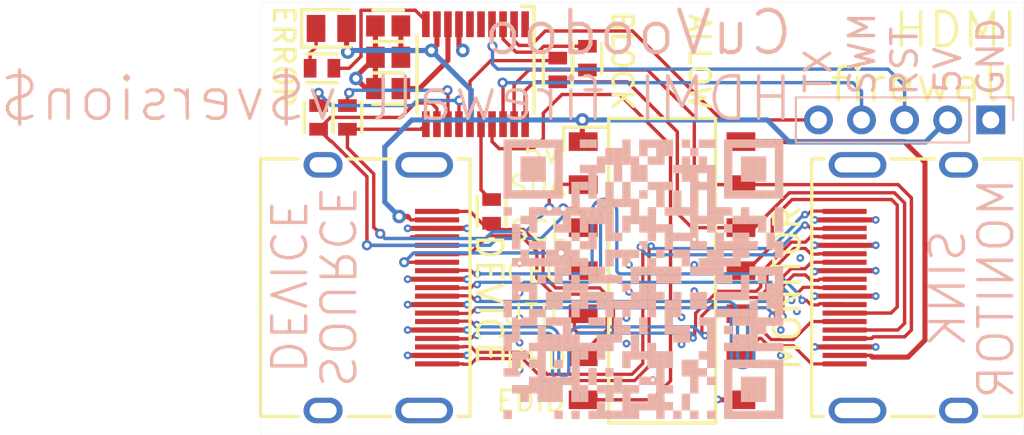
<source format=kicad_pcb>
(kicad_pcb (version 20211014) (generator pcbnew)

  (general
    (thickness 1.59)
  )

  (paper "A4")
  (title_block
    (date "$date$")
    (rev "$version$.$revision$")
    (company "CuVoodoo")
    (comment 1 "King Kévin")
    (comment 2 "CERN-OHL-S")
  )

  (layers
    (0 "F.Cu" signal)
    (1 "In1.Cu" power)
    (2 "In2.Cu" power)
    (31 "B.Cu" signal)
    (33 "F.Adhes" user "F.Adhesive")
    (35 "F.Paste" user)
    (36 "B.SilkS" user "B.Silkscreen")
    (37 "F.SilkS" user "F.Silkscreen")
    (38 "B.Mask" user)
    (39 "F.Mask" user)
    (44 "Edge.Cuts" user)
    (45 "Margin" user)
    (46 "B.CrtYd" user "B.Courtyard")
    (47 "F.CrtYd" user "F.Courtyard")
    (48 "B.Fab" user)
    (49 "F.Fab" user)
  )

  (setup
    (stackup
      (layer "F.SilkS" (type "Top Silk Screen") (color "White"))
      (layer "F.Paste" (type "Top Solder Paste"))
      (layer "F.Mask" (type "Top Solder Mask") (color "Green") (thickness 0.01))
      (layer "F.Cu" (type "copper") (thickness 0.035))
      (layer "dielectric 1" (type "core") (thickness 0.2) (material "FR4") (epsilon_r 4.6) (loss_tangent 0.02))
      (layer "In1.Cu" (type "copper") (thickness 0.0175))
      (layer "dielectric 2" (type "prepreg") (thickness 1.065) (material "FR4") (epsilon_r 4.6) (loss_tangent 0.02))
      (layer "In2.Cu" (type "copper") (thickness 0.0175))
      (layer "dielectric 3" (type "core") (thickness 0.2) (material "FR4") (epsilon_r 4.6) (loss_tangent 0.02))
      (layer "B.Cu" (type "copper") (thickness 0.035))
      (layer "B.Mask" (type "Bottom Solder Mask") (color "Green") (thickness 0.01))
      (layer "B.SilkS" (type "Bottom Silk Screen") (color "White"))
      (copper_finish "None")
      (dielectric_constraints yes)
    )
    (pad_to_mask_clearance 0)
    (pcbplotparams
      (layerselection 0x00010fc_ffffffff)
      (disableapertmacros false)
      (usegerberextensions false)
      (usegerberattributes true)
      (usegerberadvancedattributes true)
      (creategerberjobfile true)
      (svguseinch false)
      (svgprecision 6)
      (excludeedgelayer true)
      (plotframeref false)
      (viasonmask false)
      (mode 1)
      (useauxorigin false)
      (hpglpennumber 1)
      (hpglpenspeed 20)
      (hpglpendiameter 15.000000)
      (dxfpolygonmode true)
      (dxfimperialunits true)
      (dxfusepcbnewfont true)
      (psnegative false)
      (psa4output false)
      (plotreference true)
      (plotvalue true)
      (plotinvisibletext false)
      (sketchpadsonfab false)
      (subtractmaskfromsilk false)
      (outputformat 1)
      (mirror false)
      (drillshape 1)
      (scaleselection 1)
      (outputdirectory "")
    )
  )

  (net 0 "")
  (net 1 "GND")
  (net 2 "Net-(C1-Pad2)")
  (net 3 "+5V")
  (net 4 "Net-(D1-Pad1)")
  (net 5 "/D2+")
  (net 6 "/D2-")
  (net 7 "/D1+")
  (net 8 "/D1-")
  (net 9 "/D0+")
  (net 10 "/D0-")
  (net 11 "/CK+")
  (net 12 "/CK-")
  (net 13 "/CEC")
  (net 14 "/HEAC_D+")
  (net 15 "/SCL_SRC")
  (net 16 "/SDA_SRC")
  (net 17 "/HEAC_D-")
  (net 18 "Net-(J2-Pad13)")
  (net 19 "/HEAC_SNK+")
  (net 20 "/SCL_SNK")
  (net 21 "/SDA_SNK")
  (net 22 "Net-(SW1-Pad14)")
  (net 23 "/HEAC_SNK-")
  (net 24 "/RST")
  (net 25 "/SWIM")
  (net 26 "/TX")
  (net 27 "/HPD_PU")
  (net 28 "Net-(R4-Pad1)")
  (net 29 "/SDA_SRC_PU")
  (net 30 "/EDID")
  (net 31 "/SCL_SRC_PU")
  (net 32 "unconnected-(U1-Pad5)")
  (net 33 "/SCL_SNK_PU")
  (net 34 "/SDA_SNK_PU")
  (net 35 "unconnected-(U1-Pad6)")
  (net 36 "unconnected-(U1-Pad1)")

  (footprint "qeda:UC1608X55N" (layer "F.Cu") (at 67.1 61.45))

  (footprint "qeda:UC1608X55N" (layer "F.Cu") (at 52.95 64.95 180))

  (footprint "qeda:CONNECTOR_HDMI-001S" (layer "F.Cu") (at 86.5 75 -90))

  (footprint "qeda:CAPC1608X92N" (layer "F.Cu") (at 55.35 61.4 90))

  (footprint "qeda:SOP254P976X355-14N" (layer "F.Cu") (at 71.5 74))

  (footprint "qeda:CONNECTOR_HDMI-001S" (layer "F.Cu") (at 54 75 90))

  (footprint "qeda:LEDC2012X80N" (layer "F.Cu") (at 52 59.7 90))

  (footprint "qeda:CAPC1608X92N" (layer "F.Cu") (at 55.35 59.55 90))

  (footprint "qeda:UC1608X55N" (layer "F.Cu") (at 65.35 62.15 180))

  (footprint "qeda:UC1608X55N" (layer "F.Cu") (at 51.25 64.95 180))

  (footprint "qeda:SOP65P640X120-20N" (layer "F.Cu") (at 60.5 62.4 -90))

  (footprint "qeda:UC1608X55N" (layer "F.Cu") (at 61.45 70.5 180))

  (footprint "qeda:CAPC1608X92N" (layer "F.Cu") (at 55.35 63.25 90))

  (footprint "qeda:UC1608X55N" (layer "F.Cu") (at 51.45 62.05 -90))

  (footprint "Connector_PinSocket_2.54mm:PinSocket_1x05_P2.54mm_Vertical" (layer "B.Cu") (at 90.88 65.1 90))

  (footprint "custom:qr" (layer "B.Cu") (at 70.4 74.5 180))

  (gr_rect (start 47.85 58.15) (end 92.8 83.7) (layer "Edge.Cuts") (width 0.01) (fill none) (tstamp f0146902-4434-4b0f-b356-212cd68fedb2))
  (gr_text "TX" (at 80.7 63.65 90) (layer "B.SilkS") (tstamp 0c5f848f-0019-403a-82c9-a37b1ed1c370)
    (effects (font (size 1.5 1.5) (thickness 0.2)) (justify left))
  )
  (gr_text "5V" (at 88.35 63.65 90) (layer "B.SilkS") (tstamp 1cdc715f-35da-4031-90b3-2b1ff424be14)
    (effects (font (size 1.5 1.5) (thickness 0.2)) (justify left))
  )
  (gr_text "DEVICE" (at 49.4 74.95 270) (layer "B.SilkS") (tstamp 2c597ce7-f11b-4c21-aadd-c78376cd4545)
    (effects (font (size 2 2) (thickness 0.2)) (justify mirror))
  )
  (gr_text "HDMI firewall v$version$" (at 79.35 63.85) (layer "B.SilkS") (tstamp 47d2de52-f49e-423a-b420-37362595aee9)
    (effects (font (size 2.5 2.5) (thickness 0.2)) (justify left mirror))
  )
  (gr_text "RST" (at 85.8 63.8 90) (layer "B.SilkS") (tstamp 740fd393-eab6-46ac-8b63-b338c8b36286)
    (effects (font (size 1.5 1.5) (thickness 0.2)) (justify left))
  )
  (gr_text "SINK" (at 88.35 75.05 90) (layer "B.SilkS") (tstamp 7cba4e0b-0649-45cd-8cb6-8dd5b80fbe60)
    (effects (font (size 2 2) (thickness 0.2)) (justify mirror))
  )
  (gr_text "GND" (at 90.88 63.77 90) (layer "B.SilkS") (tstamp 83c32e93-ec61-4fc4-bcb8-11c9d1bb60e5)
    (effects (font (size 1.5 1.5) (thickness 0.2)) (justify left))
  )
  (gr_text "MONITOR" (at 91.2 75.05 90) (layer "B.SilkS") (tstamp b7a9cebd-bbc2-4903-8147-14f38735f3a2)
    (effects (font (size 2 2) (thickness 0.2)) (justify mirror))
  )
  (gr_text "CuVoodoo" (at 79.35 59.95) (layer "B.SilkS") (tstamp e33f2640-6147-4605-84c4-295ca3d1c887)
    (effects (font (size 2.5 2.5) (thickness 0.25)) (justify left mirror))
  )
  (gr_text "SWM" (at 83.3 63.75 90) (layer "B.SilkS") (tstamp ef25fc1a-2019-46ad-a259-cfd9f82b52be)
    (effects (font (size 1.5 1.5) (thickness 0.2)) (justify left))
  )
  (gr_text "SOURCE" (at 52.3 74.95 270) (layer "B.SilkS") (tstamp ef4847e7-89c8-4006-8a67-c07998e5f164)
    (effects (font (size 2 2) (thickness 0.2)) (justify mirror))
  )
  (gr_text "HPD" (at 66 79.2) (layer "F.SilkS") (tstamp 2763916d-9ecc-4556-9441-121441775248)
    (effects (font (size 1.2 1.2) (thickness 0.16)) (justify right))
  )
  (gr_text "ERROR" (at 49.2 64.45 270) (layer "F.SilkS") (tstamp 497d903d-a683-4b2e-b5d4-2286f1cfcbad)
    (effects (font (size 1.2 1.2) (thickness 0.2)) (justify right))
  )
  (gr_text "EDID" (at 65.9 81.7) (layer "F.SilkS") (tstamp 4dee5168-4f51-483e-9d9a-37d92ae901ea)
    (effects (font (size 1.2 1.2) (thickness 0.16)) (justify right))
  )
  (gr_text "SDA" (at 65.95 69) (layer "F.SilkS") (tstamp 5dfa2e7f-530f-44ae-905f-bddb3d619752)
    (effects (font (size 1.2 1.2) (thickness 0.16)) (justify right))
  )
  (gr_text "MONITOR" (at 78.9 75 90) (layer "F.SilkS") (tstamp 6d59aa18-c021-422f-ad9f-81837e6c0b48)
    (effects (font (size 1.5 1.5) (thickness 0.2)))
  )
  (gr_text "BLOCK" (at 69.15 64.65 270) (layer "F.SilkS") (tstamp 83fbe59b-a59c-4098-8d1f-4a61a45b5486)
    (effects (font (size 1.2 1.2) (thickness 0.2)) (justify right))
  )
  (gr_text "SCL" (at 65.95 71.65) (layer "F.SilkS") (tstamp 89c8a35d-3c44-4e2a-86f8-0957371e37cd)
    (effects (font (size 1.2 1.2) (thickness 0.16)) (justify right))
  )
  (gr_text "UTIL" (at 65.9 76.6) (layer "F.SilkS") (tstamp 98de9a7e-656d-4135-8bd0-809035f2e3a3)
    (effects (font (size 1.2 1.2) (thickness 0.16)) (justify right))
  )
  (gr_text "HDMI\nfirewall" (at 92.6 61.4) (layer "F.SilkS") (tstamp a8ba6a4c-c8c9-43af-b001-3e1850f5f57a)
    (effects (font (size 2 2) (thickness 0.2)) (justify right))
  )
  (gr_text "CEC" (at 65.9 74.1) (layer "F.SilkS") (tstamp ad6729fb-9aa4-42bf-afee-63f6d49c5850)
    (effects (font (size 1.2 1.2) (thickness 0.16)) (justify right))
  )
  (gr_text "5V" (at 65.6 67.1) (layer "F.SilkS") (tstamp c9706b15-2062-431c-a6e4-3d87a8073382)
    (effects (font (size 1.2 1.2) (thickness 0.16)) (justify right))
  )
  (gr_text "ALLOW" (at 73.7 64.6 270) (layer "F.SilkS") (tstamp d6e6acfd-ff08-405f-83ab-b581ecd673c2)
    (effects (font (size 1.2 1.2) (thickness 0.2)) (justify right))
  )
  (gr_text "DEVICE" (at 61.3 75.7 270) (layer "F.SilkS") (tstamp fe79ef0f-61de-44d4-bd3f-a04037e674f7)
    (effects (font (size 1.5 1.5) (thickness 0.2)))
  )

  (segment (start 82.265 71) (end 80.5 71) (width 0.3) (layer "F.Cu") (net 1) (tstamp 030ef409-0b8b-4748-b7c1-c06cdcec382f))
  (segment (start 54.6 61.4) (end 53.45227 62.54773) (width 0.3) (layer "F.Cu") (net 1) (tstamp 0923a501-3332-4d74-9a1d-615f108b72f0))
  (segment (start 60 77.5) (end 58.235 77.5) (width 0.3) (layer "F.Cu") (net 1) (tstamp 13c513c0-2797-4fab-bb0b-631564f96e84))
  (segment (start 59.75 61) (end 59.525 60.775) (width 0.3) (layer "F.Cu") (net 1) (tstamp 16eca261-73f9-4613-aed1-9a83ff90830f))
  (segment (start 80.55 74) (end 80.5 74.05) (width 0.3) (layer "F.Cu") (net 1) (tstamp 199862ed-46c9-48b0-9a34-16f964f2b67c))
  (segment (start 82.265 71) (end 84.1 71) (width 0.3) (layer "F.Cu") (net 1) (tstamp 1e105fb8-f4a3-46ed-ab85-cfbb820f701a))
  (segment (start 74.82 81.62) (end 74.8 81.6) (width 0.3) (layer "F.Cu") (net 1) (tstamp 208199e5-c54a-41a6-b035-22d52b6c168a))
  (segment (start 82.265 78.5) (end 84.1 78.5) (width 0.3) (layer "F.Cu") (net 1) (tstamp 31b28111-e171-4187-9ddf-202037d12ca1))
  (segment (start 59.525 60.775) (end 59.525 59.45) (width 0.3) (layer "F.Cu") (net 1) (tstamp 3f4d465b-8f99-45ef-bd1d-306058a78e1f))
  (segment (start 82.265 75.5) (end 84.1 75.5) (width 0.3) (layer "F.Cu") (net 1) (tstamp 437cd497-cd5a-408b-83c2-96d66eaa34e9))
  (segment (start 82.265 72.5) (end 84.1 72.5) (width 0.3) (layer "F.Cu") (net 1) (tstamp 4b8b41b0-d4b5-4613-be35-772c57e0a873))
  (segment (start 82.265 74) (end 80.55 74) (width 0.3) (layer "F.Cu") (net 1) (tstamp 4c575d4c-696c-425d-9ff8-04beb7aed8cd))
  (segment (start 58.235 74.5) (end 56.5 74.5) (width 0.3) (layer "F.Cu") (net 1) (tstamp 5608f937-7766-49ea-9dcf-ba5101e43643))
  (segment (start 54.6 62.35) (end 54.6 61.4) (width 0.3) (layer "F.Cu") (net 1) (tstamp 64764f21-bed4-48d1-aeee-18e56b7724ac))
  (segment (start 76.15 81.62) (end 74.82 81.62) (width 0.3) (layer "F.Cu") (net 1) (tstamp 747073eb-53e7-442f-9534-47a84da741fb))
  (segment (start 82.265 75.5) (end 80.5 75.5) (width 0.3) (layer "F.Cu") (net 1) (tstamp 7604004b-c093-4f13-ba1c-ec520e3d57e9))
  (segment (start 80.5 78.5) (end 82.265 78.5) (width 0.3) (layer "F.Cu") (net 1) (tstamp 7defaae6-a866-44cd-a66f-77359d319367))
  (segment (start 53.45227 62.54773) (end 53.45227 62.6505) (width 0.3) (layer "F.Cu") (net 1) (tstamp 848312ed-a3d0-48e3-9769-fc432d6ac9ee))
  (segment (start 54.6 63.25) (end 54.6 62.35) (width 0.3) (layer "F.Cu") (net 1) (tstamp 9c6e3529-800f-4fc7-bd4d-e8dfb8025f43))
  (segment (start 53.45227 62.6505) (end 54.05177 63.25) (width 0.3) (layer "F.Cu") (net 1) (tstamp 9e42e302-1e7a-4d31-8355-842e0f63a38f))
  (segment (start 58.235 76) (end 56.5 76) (width 0.3) (layer "F.Cu") (net 1) (tstamp a007faf4-14b9-4ecd-b115-e2dddc697411))
  (segment (start 82.265 74) (end 84.1 74) (width 0.3) (layer "F.Cu") (net 1) (tstamp ae7bd550-8e0d-4f62-b9b7-a7df709bb3ba))
  (segment (start 58.235 71.5) (end 60 71.5) (width 0.3) (layer "F.Cu") (net 1) (tstamp b597e2cc-ba82-48ef-9f7b-8d2f14850382))
  (segment (start 58.235 77.5) (end 56.5 77.5) (width 0.3) (layer "F.Cu") (net 1) (tstamp b796e7ba-75e9-4204-bfd0-7de2ee636f1c))
  (segment (start 58.235 74.5) (end 60 74.5) (width 0.3) (layer "F.Cu") (net 1) (tstamp b8261154-629a-4363-bb06-420b6c604c2f))
  (segment (start 60 79) (end 58.235 79) (width 0.3) (layer "F.Cu") (net 1) (tstamp b909327e-a584-45b5-84ed-0ad275fbc7e2))
  (segment (start 58.235 79) (end 56.5 79) (width 0.3) (layer "F.Cu") (net 1) (tstamp c76c9861-8233-4ce5-823b-3b9b2d7ab6b6))
  (segment (start 80.5 72.5) (end 82.265 72.5) (width 0.3) (layer "F.Cu") (net 1) (tstamp d07bf469-9c65-4e19-abdc-0e9808d255b5))
  (segment (start 60 76) (end 58.235 76) (width 0.3) (layer "F.Cu") (net 1) (tstamp d5a0d335-4cc3-4ce4-b512-7d024da7957a))
  (segment (start 54.05177 63.25) (end 54.6 63.25) (width 0.3) (layer "F.Cu") (net 1) (tstamp ebe855cc-34bc-42f2-b62e-0c0a60b7b6ac))
  (segment (start 54.6 61.4) (end 54.6 59.55) (width 0.3) (layer "F.Cu") (net 1) (tstamp f85c731f-a1ea-46ef-aa7b-a38fe5bc0c71))
  (segment (start 58.235 71.5) (end 56.5 71.5) (width 0.3) (layer "F.Cu") (net 1) (tstamp fa5b9160-84c1-4398-a844-8dcce0b20d5a))
  (via (at 78.5 77.5) (size 0.45) (drill 0.2) (layers "F.Cu" "B.Cu") (free) (net 1) (tstamp 13156a3b-ca30-43a7-a050-d574dd9061e1))
  (via (at 56.5 71.5) (size 0.45) (drill 0.2) (layers "F.Cu" "B.Cu") (free) (net 1) (tstamp 1b5b5bad-4c27-4249-af50-2541dad5fa2c))
  (via (at 60 74.5) (size 0.45) (drill 0.2) (layers "F.Cu" "B.Cu") (free) (net 1) (tstamp 1c5e9f0d-68d2-4c12-a5e8-48104048e35c))
  (via (at 84.1 72.5) (size 0.45) (drill 0.2) (layers "F.Cu" "B.Cu") (free) (net 1) (tstamp 2198bf5f-4db5-402d-aeb9-b94b121b1a3b))
  (via (at 73.4 73.65) (size 0.45) (drill 0.2) (layers "F.Cu" "B.Cu") (free) (net 1) (tstamp 230b25cc-e2aa-41e0-8891-08c9246b82d6))
  (via (at 56.5 76) (size 0.45) (drill 0.2) (layers "F.Cu" "B.Cu") (free) (net 1) (tstamp 25915e41-795d-42e2-abd2-cf64c0e69c20))
  (via (at 78.5 79) (size 0.45) (drill 0.2) (layers "F.Cu" "B.Cu") (free) (net 1) (tstamp 2ef38574-8043-4097-a6fd-ae69406945f3))
  (via (at 73.4 72.15) (size 0.45) (drill 0.2) (layers "F.Cu" "B.Cu") (free) (net 1) (tstamp 311d7601-769e-4dd5-9372-55a086801313))
  (via (at 84.1 78.5) (size 0.45) (drill 0.2) (layers "F.Cu" "B.Cu") (free) (net 1) (tstamp 33799ef9-48a6-49f5-bd14-2b77e65dcf1d))
  (via (at 80.5 71) (size 0.45) (drill 0.2) (layers "F.Cu" "B.Cu") (free) (net 1) (tstamp 3df18c45-3271-407e-96f6-36c1cc3c2a8f))
  (via (at 70.95 80.45) (size 0.45) (drill 0.2) (layers "F.Cu" "B.Cu") (free) (net 1) (tstamp 49e2fa09-97e2-4d2f-aa19-0cf1a58f3c7a))
  (via (at 73.4 75.20517) (size 0.45) (drill 0.2) (layers "F.Cu" "B.Cu") (free) (net 1) (tstamp 52e50b84-bed4-4e6a-9afe-d8affbbe8324))
  (via (at 79.65 73.25) (size 0.45) (drill 0.2) (layers "F.Cu" "B.Cu") (free) (net 1) (tstamp 5ad761ca-5dda-460b-83ba-4ff93d01ab7f))
  (via (at 59.75 61) (size 0.8) (drill 0.4) (layers "F.Cu" "B.Cu") (free) (net 1) (tstamp 5afe85f4-f78a-4e0f-be10-eba839eb97a1))
  (via (at 56.5 77.5) (size 0.45) (drill 0.2) (layers "F.Cu" "B.Cu") (free) (net 1) (tstamp 5d73ed84-2da5-4113-943d-b00923919726))
  (via (at 60 79) (size 0.45) (drill 0.2) (layers "F.Cu" "B.Cu") (free) (net 1) (tstamp 60e564b8-f8ff-45bd-ad02-02ecbad1743b))
  (via (at 80.5 78.5) (size 0.45) (drill 0.2) (layers "F.Cu" "B.Cu") (free) (net 1) (tstamp 60fbf618-acc9-4b1b-9b1b-c511379d9387))
  (via (at 69.4 76.79483) (size 0.45) (drill 0.2) (layers "F.Cu" "B.Cu") (free) (net 1) (tstamp 7eaafd7e-21f6-440f-b525-a59e0522084f))
  (via (at 84.1 74) (size 0.45) (drill 0.2) (layers "F.Cu" "B.Cu") (free) (net 1) (tstamp 81d08eb9-eff3-44f2-b81a-11643210ae93))
  (via (at 63.1 73.55) (size 0.45) (drill 0.2) (layers "F.Cu" "B.Cu") (free) (net 1) (tstamp 8b15f369-8d44-420a-92b5-c5a407a299f3))
  (via (at 72.65 78.35) (size 0.45) (drill 0.2) (layers "F.Cu" "B.Cu") (free) (net 1) (tstamp 8d22862b-de61-4fb8-b9f7-aacd7849072f))
  (via (at 80.5 72.5) (size 0.45) (drill 0.2) (layers "F.Cu" "B.Cu") (free) (net 1) (tstamp 8d370db9-a62f-447f-83e6-7736291ea0c5))
  (via (at 69.55 73.65) (size 0.45) (drill 0.2) (layers "F.Cu" "B.Cu") (free) (net 1) (tstamp 8dff5c54-6793-4630-8415-f111e79951ff))
  (via (at 69.4 78.3) (size 0.45) (drill 0.2) (layers "F.Cu" "B.Cu") (free) (net 1) (tstamp 9d3e06e5-3c3f-4f9f-9eeb-1eb5d42fe85f))
  (via (at 72.65 76.75) (size 0.45) (drill 0.2) (layers "F.Cu" "B.Cu") (free) (net 1) (tstamp 9fdb9a90-712c-434a-af63-c0c7625daf38))
  (via (at 63.1 79.85) (size 0.45) (drill 0.2) (layers "F.Cu" "B.Cu") (free) (net 1) (tstamp a510673f-d202-4062-8a2b-ef224cbcc369))
  (via (at 63.1 76.8) (size 0.45) (drill 0.2) (layers "F.Cu" "B.Cu") (free) (net 1) (tstamp a7f41697-57ed-4434-893b-c2c5d3b2644d))
  (via (at 69.55 75.25) (size 0.45) (drill 0.2) (layers "F.Cu" "B.Cu") (free) (net 1) (tstamp ae5eceff-6820-4ae8-9a22-39b968883ac8))
  (via (at 56.5 74.5) (size 0.45) (drill 0.2) (layers "F.Cu" "B.Cu") (free) (net 1) (tstamp aec6c0cc-f3d8-4468-a024-36d4c392eead))
  (via (at 84.1 71) (size 0.45) (drill 0.2) (layers "F.Cu" "B.Cu") (free) (net 1) (tstamp b267e1f3-893f-4400-952a-76802bd4a6c6))
  (via (at 56.5 79) (size 0.45) (drill 0.2) (layers "F.Cu" "B.Cu") (free) (net 1) (tstamp b47714ce-d7cd-4b5d-b81c-4b0762667678))
  (via (at 60 77.5) (size 0.45) (drill 0.2) (layers "F.Cu" "B.Cu") (free) (net 1) (tstamp ba294fbe-c7a4-4d56-ae9d-5926e77ea062))
  (via (at 60 71.5) (size 0.45) (drill 0.2) (layers "F.Cu" "B.Cu") (free) (net 1) (tstamp bddc7151-0248-4511-a07e-af73a6a2f1ca))
  (via (at 84.1 75.5) (size 0.45) (drill 0.2) (layers "F.Cu" "B.Cu") (free) (net 1) (tstamp be1ce85c-d12a-41cd-8769-b083485f97e5))
  (via (at 53.45227 62.6505) (size 0.8) (drill 0.4) (layers "F.Cu" "B.Cu") (net 1) (tstamp c326ca7a-bd6c-4a24-8168-8d9a69cc4834))
  (via (at 80.5 74.05) (size 0.45) (drill 0.2) (layers "F.Cu" "B.Cu") (free) (net 1) (tstamp c3f6502e-b8d4-4645-a60f-22ebde1d6659))
  (via (at 79.45 76.4) (size 0.45) (drill 0.2) (layers "F.Cu" "B.Cu") (free) (net 1) (tstamp cc9340a7-45be-4f1e-b464-6ee8773fc97b))
  (via (at 60 76) (size 0.45) (drill 0.2) (layers "F.Cu" "B.Cu") (free) (net 1) (tstamp d521dab0-da72-440b-b930-1c6f2dcb7c45))
  (via (at 63.1 75.3) (size 0.45) (drill 0.2) (layers "F.Cu" "B.Cu") (free) (net 1) (tstamp d694ed74-4d5e-45d9-8d08-dd40bf37bae5))
  (via (at 63.1 78.25) (size 0.45) (drill 0.2) (layers "F.Cu" "B.Cu") (free) (net 1) (tstamp df853400-e04f-45ba-bd61-169414949bf4))
  (via (at 80.5 75.5) (size 0.45) (drill 0.2) (layers "F.Cu" "B.Cu") (free) (net 1) (tstamp ee679fbd-8e84-4712-b231-64c221cbec70))
  (via (at 74.8 81.6) (size 0.45) (drill 0.2) (layers "F.Cu" "B.Cu") (net 1) (tstamp f7210ace-0e6f-441b-a219-7c25cfc1a7ea))
  (segment (start 58.875 59.45) (end 58.875 61.575) (width 0.3) (layer "F.Cu") (net 2) (tstamp 01743abb-c5e0-4b79-8672-ce316df10ea1))
  (segment (start 58.875 61.575) (end 57.2 63.25) (width 0.3) (layer "F.Cu") (net 2) (tstamp 0c19d9be-ba37-40b3-a078-eb09c8f081fa))
  (segment (start 57.2 63.25) (end 56.1 63.25) (width 0.3) (layer "F.Cu") (net 2) (tstamp 7d343512-3925-45ee-b49b-f02f2128973e))
  (segment (start 56.685 71) (end 56.685 70.985) (width 0.2) (layer "F.Cu") (net 3) (tstamp 0613cd62-c856-4ec5-a99a-5da2dede3483))
  (segment (start 66.8 66.33) (end 66.85 66.38) (width 0.3) (layer "F.Cu") (net 3) (tstamp 15c3ec50-ed6e-474d-93fc-380532f86427))
  (segment (start 57.9 61) (end 58.225 60.675) (width 0.3) (layer "F.Cu") (net 3) (tstamp 40192e05-fdcb-49fe-9971-2d6b10586ca7))
  (segment (start 56.1 59.55) (end 56.1 61.4) (width 0.3) (layer "F.Cu") (net 3) (tstamp 58b72c21-b46d-4795-b794-36822a91a519))
  (segment (start 56.5 70.8) (end 56.55 70.85) (width 0.3) (layer "F.Cu") (net 3) (tstamp 84080fb2-1fc4-40b6-96c3-58f56a7750cc))
  (segment (start 66.8 65.1) (end 66.8 66.33) (width 0.3) (layer "F.Cu") (net 3) (tstamp 855ebf52-6f21-4e3c-8766-cf62a4b952a8))
  (segment (start 56 70.8) (end 56.5 70.8) (width 0.3) (layer "F.Cu") (net 3) (tstamp 95c2e0ff-4d95-450f-936f-a7441bc0dd17))
  (segment (start 52.966412 61.094344) (end 52.9 61.027932) (width 0.3) (layer "F.Cu") (net 3) (tstamp 9a8726db-b7a8-41d8-bb21-70e7a414e68d))
  (segment (start 52.9 61.027932) (end 52.9 59.7) (width 0.3) (layer "F.Cu") (net 3) (tstamp 9e60d605-b59b-451d-b313-be53ac85405c))
  (segment (start 58.235 71) (end 56.685 71) (width 0.2) (layer "F.Cu") (net 3) (tstamp b426becf-a115-4a2c-9745-bc03d795e525))
  (segment (start 56.685 70.985) (end 56.55 70.85) (width 0.2) (layer "F.Cu") (net 3) (tstamp db1674f5-b305-44f9-8f2f-c629f0009701))
  (segment (start 58.225 60.675) (end 58.225 59.45) (width 0.3) (layer "F.Cu") (net 3) (tstamp e42cf9c4-2251-48e5-a362-0f329efc5607))
  (segment (start 56.5 61) (end 56.1 61.4) (width 0.3) (layer "F.Cu") (net 3) (tstamp eb63b2ff-ce36-4f19-a974-96fc6b1fc1ce))
  (segment (start 57.9 61) (end 56.5 61) (width 0.3) (layer "F.Cu") (net 3) (tstamp ff3406b7-2c8c-4c98-af40-c7606dd15f25))
  (via (at 57.9 61) (size 0.8) (drill 0.4) (layers "F.Cu" "B.Cu") (net 3) (tstamp 1a8805c9-ca76-460d-b226-d86aa3bcba6e))
  (via (at 56 70.8) (size 0.8) (drill 0.4) (layers "F.Cu" "B.Cu") (remove_unused_layers) (net 3) (tstamp 67996be3-9c22-4f3b-85cf-42e16608008a))
  (via (at 52.966412 61.094344) (size 0.8) (drill 0.4) (layers "F.Cu" "B.Cu") (net 3) (tstamp 71a98b74-5017-4209-a3e2-f19e13df2d98))
  (via (at 66.8 65.1) (size 0.8) (drill 0.4) (layers "F.Cu" "B.Cu") (net 3) (tstamp c6c4f6bc-b420-494c-8c0a-2fdcb2abc42b))
  (segment (start 55.15 69.95) (end 56 70.8) (width 0.3) (layer "B.Cu") (net 3) (tstamp 1f5fa1bf-cdf3-4e0e-8265-2d4539d7c5b9))
  (segment (start 60.25 63.35) (end 60.25 65.1) (width 0.3) (layer "B.Cu") (net 3) (tstamp 2109ea1d-e3da-44d7-8875-15601dc5d38d))
  (segment (start 53.060756 61) (end 57.9 61) (width 0.3) (layer "B.Cu") (net 3) (tstamp 27d941af-f038-4cad-b7e3-7f514fa792c6))
  (segment (start 66.8 65.1) (end 77.7 65.1) (width 0.3) (layer "B.Cu") (net 3) (tstamp 283a244f-69a1-4bee-a59a-a3c1d1025378))
  (segment (start 56.75 65.1) (end 55.15 66.7) (width 0.3) (layer "B.Cu") (net 3) (tstamp 3a167542-3fb1-4bca-8a11-896e4daabe7c))
  (segment (start 57.9 61) (end 60.25 63.35) (width 0.3) (layer "B.Cu") (net 3) (tstamp 4deaae67-8334-4fc0-99f8-587f5dc2689a))
  (segment (start 60.25 65.1) (end 66.8 65.1) (width 0.3) (layer "B.Cu") (net 3) (tstamp 6385dcc3-0dc5-4b5e-93ae-3113667e177b))
  (segment (start 87.04 66.4) (end 88.34 65.1) (width 0.3) (layer "B.Cu") (net 3) (tstamp a065b7ca-86af-4cfa-a19c-15ddcb0cd39e))
  (segment (start 60.25 65.1) (end 56.75 65.1) (width 0.3) (layer "B.Cu") (net 3) (tstamp ae15a194-d11b-4315-89d0-697a34fd1fd5))
  (segment (start 77.7 65.1) (end 79 66.4) (width 0.3) (layer "B.Cu") (net 3) (tstamp b5902621-55d4-45e9-8fa6-43b4e8e2033f))
  (segment (start 55.15 66.7) (end 55.15 69.95) (width 0.3) (layer "B.Cu") (net 3) (tstamp d7f2381b-20a2-4671-9536-190d9e5ee1c9))
  (segment (start 79 66.4) (end 87.04 66.4) (width 0.3) (layer "B.Cu") (net 3) (tstamp dba1dea2-f586-44ed-bd53-3a703895fb5e))
  (segment (start 52.966412 61.094344) (end 53.060756 61) (width 0.3) (layer "B.Cu") (net 3) (tstamp dc3fffdd-c875-4789-a87b-ffbec869f2c3))
  (segment (start 50.75 61.15) (end 50.75 62.05) (width 0.2) (layer "F.Cu") (net 4) (tstamp 55ad65a7-cf28-445f-a559-6c093d115e1b))
  (segment (start 51.1 59.7) (end 51.1 60.8) (width 0.2) (layer "F.Cu") (net 4) (tstamp 7f37687c-2abf-4736-9b0d-0a8b6b07c9c1))
  (segment (start 51.1 60.8) (end 50.75 61.15) (width 0.2) (layer "F.Cu") (net 4) (tstamp 90398640-d723-4646-acbb-14623473de84))
  (segment (start 81.115 70.5) (end 81.094115 70.479115) (width 0.19177) (layer "F.Cu") (net 5) (tstamp 061885af-3b9e-4f08-ade6-dedf770b373f))
  (segment (start 69.876541 80.484785) (end 64.573459 80.484785) (width 0.19177) (layer "F.Cu") (net 5) (tstamp 0af4a12d-a7f2-44d8-aade-f1f9bb6e9c9c))
  (segment (start 59.763357 79.5) (end 58.235 79.5) (width 0.19177) (layer "F.Cu") (net 5) (tstamp 2926282b-fec0-4ea1-818a-eea151f709cd))
  (segment (start 64.573459 80.484785) (end 63.273459 79.184785) (width 0.19177) (layer "F.Cu") (net 5) (tstamp 34d3efab-f6d6-41dc-93da-e766db6a4c94))
  (segment (start 60.215758 79.520885) (end 59.784242 79.520885) (width 0.19177) (layer "F.Cu") (net 5) (tstamp 3b882fb6-d513-4f1b-a0df-969fa7b1824f))
  (segment (start 80.001313 70.762043) (end 79.92537 70.6861) (width 0.19177) (layer "F.Cu") (net 5) (tstamp 3cef9169-0ea5-437f-baf5-3291dc806823))
  (segment (start 63.273459 79.184785) (end 60.551858 79.184785) (width 0.19177) (layer "F.Cu") (net 5) (tstamp 40fd4afb-5608-48e3-8050-ff92fe874c23))
  (segment (start 60.551858 79.184785) (end 60.215758 79.520885) (width 0.19177) (layer "F.Cu") (net 5) (tstamp 4903ce85-4786-4bc4-a873-bab1fe3abc46))
  (segment (start 70.734785 79.626541) (end 69.876541 80.484785) (width 0.19177) (layer "F.Cu") (net 5) (tstamp 58b642fb-5c53-4374-9137-9932be170e4b))
  (segment (start 80.284242 70.479115) (end 80.001313 70.762043) (width 0.19177) (layer "F.Cu") (net 5) (tstamp 6ae0661f-a6ea-457c-919b-91a8cd2d0db0))
  (segment (start 70.734785 72.66703) (end 70.734785 79.626541) (width 0.19177) (layer "F.Cu") (net 5) (tstamp 7d973f9e-3b25-4d7f-afb9-43d562de4493))
  (segment (start 82.265 70.5) (end 81.115 70.5) (width 0.19177) (layer "F.Cu") (net 5) (tstamp d3e3f7b7-20fe-4acb-b72c-b08208f4c365))
  (segment (start 59.784242 79.520885) (end 59.763357 79.5) (width 0.19177) (layer "F.Cu") (net 5) (tstamp db56bbd9-46a6-489d-8ee8-a69e67d6b668))
  (segment (start 81.094115 70.479115) (end 80.284242 70.479115) (width 0.19177) (layer "F.Cu") (net 5) (tstamp e1d1c852-9615-4e57-9294-bb02979a3a37))
  (segment (start 70.85 72.551815) (end 70.734785 72.66703) (width 0.19177) (layer "F.Cu") (net 5) (tstamp e2dddfee-8122-4792-b338-51e11f6387a1))
  (via (at 70.85 72.551815) (size 0.45) (drill 0.2) (layers "F.Cu" "B.Cu") (remove_unused_layers) (net 5) (tstamp 2ff4cd78-684a-4963-aea1-bc332d491c08))
  (via (at 79.92537 70.6861) (size 0.45) (drill 0.2) (layers "F.Cu" "B.Cu") (remove_unused_layers) (net 5) (tstamp e8c26f87-bb4e-4135-8dd2-c9b0ddffc1cd))
  (segment (start 70.989528 72.691343) (end 77.920127 72.691343) (width 0.19177) (layer "B.Cu") (net 5) (tstamp 0e958c1f-6f72-4ac7-bfe1-ccedfcc0dc77))
  (segment (start 79.426685 71.184785) (end 79.426685 71.107337) (width 0.19177) (layer "B.Cu") (net 5) (tstamp 4a840e44-cfaf-47fa-ae3d-422c3c883f14))
  (segment (start 79.426685 71.107337) (end 79.718807 70.815215) (width 0.19177) (layer "B.Cu") (net 5) (tstamp 8321ac20-105a-43e6-a131-b6e944488df3))
  (segment (start 70.85 72.551815) (end 70.989528 72.691343) (width 0.19177) (layer "B.Cu") (net 5) (tstamp 8c612494-1d82-4003-bc51-5f15e4349a07))
  (segment (start 79.718807 70.815215) (end 79.796255 70.815215) (width 0.19177) (layer "B.Cu") (net 5) (tstamp ada04b02-0bec-4595-85b5-6c2a53b27ceb))
  (segment (start 79.796255 70.815215) (end 79.92537 70.6861) (width 0.19177) (layer "B.Cu") (net 5) (tstamp cb55d9a9-4df1-4732-a8ac-45e4bfb52796))
  (segment (start 77.920127 72.691343) (end 79.426685 71.184785) (width 0.19177) (layer "B.Cu") (net 5) (tstamp fe3fb280-dfba-4049-9cf0-ca2c964bd92b))
  (segment (start 70.365215 72.733522) (end 70.365215 79.473459) (width 0.19177) (layer "F.Cu") (net 6) (tstamp 04065fbb-2100-4542-a28a-f9a554ac7244))
  (segment (start 63.426541 78.815215) (end 60.551858 78.815215) (width 0.19177) (layer "F.Cu") (net 6) (tstamp 21a55ecb-6384-4a5f-a3f9-302e035f65a9))
  (segment (start 81.094115 71.520885) (end 80.284242 71.520885) (width 0.19177) (layer "F.Cu") (net 6) (tstamp 417bc1d1-f8f9-44dd-ad1d-96f0f7d9a780))
  (segment (start 69.723459 80.115215) (end 64.726541 80.115215) (width 0.19177) (layer "F.Cu") (net 6) (tstamp 433a3dec-ebe2-4aba-8230-7ad4ab751b59))
  (segment (start 64.726541 80.115215) (end 63.426541 78.815215) (width 0.19177) (layer "F.Cu") (net 6) (tstamp 5a4980ca-67c4-42dd-a907-1b22e8ed8c95))
  (segment (start 60.551858 78.815215) (end 60.215758 78.479115) (width 0.19177) (layer "F.Cu") (net 6) (tstamp 63c548c3-a266-4001-bd4d-d82dfe9855f1))
  (segment (start 80.001313 71.237957) (end 79.92537 71.3139) (width 0.19177) (layer "F.Cu") (net 6) (tstamp 6b88964b-5ab3-4fb8-aa6e-b68486660854))
  (segment (start 59.784242 78.479115) (end 59.763357 78.5) (width 0.19177) (layer "F.Cu") (net 6) (tstamp 750e2af6-d27d-4ada-8648-4d6dd65bae19))
  (segment (start 59.763357 78.5) (end 58.235 78.5) (width 0.19177) (layer "F.Cu") (net 6) (tstamp 7e15b7d2-a23b-4a59-b8ae-66780304e9dc))
  (segment (start 82.265 71.5) (end 81.115 71.5) (width 0.19177) (layer "F.Cu") (net 6) (tstamp b997d9dd-b60b-48d8-875a-0858a7935247))
  (segment (start 81.115 71.5) (end 81.094115 71.520885) (width 0.19177) (layer "F.Cu") (net 6) (tstamp bfb50136-bae8-4ed7-9fac-52a492fe114d))
  (segment (start 60.215758 78.479115) (end 59.784242 78.479115) (width 0.19177) (layer "F.Cu") (net 6) (tstamp cd9c3862-c2db-470e-844d-65f6815d50d1))
  (segment (start 70.224006 72.592313) (end 70.365215 72.733522) (width 0.19177) (layer "F.Cu") (net 6) (tstamp e31d45e6-9664-4606-8d17-87d660ba3a17))
  (segment (start 70.365215 79.473459) (end 69.723459 80.115215) (width 0.19177) (layer "F.Cu") (net 6) (tstamp ecf8f165-3c6f-43d9-a50b-4f93049ef9ff))
  (segment (start 80.284242 71.520885) (end 80.001313 71.237957) (width 0.19177) (layer "F.Cu") (net 6) (tstamp f009187c-c5fd-412f-b0df-fe7d727684c0))
  (via (at 70.224006 72.592313) (size 0.45) (drill 0.2) (layers "F.Cu" "B.Cu") (remove_unused_layers) (net 6) (tstamp 237bd0dd-5d07-48b2-a3c0-bc92b4c12792))
  (via (at 79.92537 71.3139) (size 0.45) (drill 0.2) (layers "F.Cu" "B.Cu") (remove_unused_layers) (net 6) (tstamp e6c710b6-c1d5-46d4-8851-fcf748e2765c))
  (segment (start 70.224006 72.674006) (end 70.610913 73.060913) (width 0.19177) (layer "B.Cu") (net 6) (tstamp 323bde82-12ff-425a-97f4-15f8ae5d2b90))
  (segment (start 79.82022 71.3139) (end 79.92537 71.3139) (width 0.19177) (layer "B.Cu") (net 6) (tstamp 3b9d9266-7002-4dd3-8b38-744c81e79f13))
  (segment (start 70.610913 73.060913) (end 78.073207 73.060913) (width 0.19177) (layer "B.Cu") (net 6) (tstamp 45560172-7d91-4790-ad88-672540757589))
  (segment (start 78.073207 73.060913) (end 79.82022 71.3139) (width 0.19177) (layer "B.Cu") (net 6) (tstamp 4bc8c2da-4356-4fc5-9b5c-2a05b6ed5ae0))
  (segment (start 70.224006 72.592313) (end 70.224006 72.674006) (width 0.19177) (layer "B.Cu") (net 6) (tstamp a41d0a09-b559-4210-97f3-ace09e8b57df))
  (segment (start 77.057368 75.215215) (end 77.315215 74.957368) (width 0.19177) (layer "F.Cu") (net 7) (tstamp 03fe0f21-3ec2-45ea-a785-a15fd7b1e5e5))
  (segment (start 80.284242 71.979115) (end 80.715758 71.979115) (width 0.19177) (layer "F.Cu") (net 7) (tstamp 0d525c20-f83f-410f-9d77-16f3f67e61e1))
  (segment (start 80.715758 71.979115) (end 80.736643 72) (width 0.19177) (layer "F.Cu") (net 7) (tstamp 17e4684c-3729-4c2c-af8f-737a65d53c76))
  (segment (start 73.336271 77.971607) (end 73.423276 77.884602) (width 0.19177) (layer "F.Cu") (net 7) (tstamp 2346da15-8fa1-4f92-b337-e4f25a9d97ec))
  (segment (start 77.315215 74.123459) (end 79.123459 72.315215) (width 0.19177) (layer "F.Cu") (net 7) (tstamp 2658e8a2-52e1-4c3c-82bd-780938abc4f3))
  (segment (start 74.773459 75.215215) (end 77.057368 75.215215) (width 0.19177) (layer "F.Cu") (net 7) (tstamp 31bde03b-41a7-4f64-89a6-2535d2c1b7cf))
  (segment (start 73.423276 77.884602) (end 73.423276 77.471476) (width 0.19177) (layer "F.Cu") (net 7) (tstamp 5ea5ad1b-03d1-4d30-ba3e-1e1b94851399))
  (segment (start 73.423276 77.471476) (end 73.478039 77.416713) (width 0.19177) (layer "F.Cu") (net 7) (tstamp 5fd0963f-4501-49bc-bb14-6bcff965727b))
  (segment (start 73.478039 77.416713) (end 73.478039 76.510635) (width 0.19177) (layer "F.Cu") (net 7) (tstamp 6b8464a6-a21e-4684-a601-fd9311a6ba2a))
  (segment (start 73.478039 76.510635) (end 74.773459 75.215215) (width 0.19177) (layer "F.Cu") (net 7) (tstamp 6bcf0c70-b35d-4a7c-96b6-8fcb454b1037))
  (segment (start 59.405885 78.020885) (end 60.215758 78.020885) (width 0.19177) (layer "F.Cu") (net 7) (tstamp 6d90372d-28c2-49d2-8d66-428ad14511fe))
  (segment (start 80.736643 72) (end 82.265 72) (width 0.19177) (layer "F.Cu") (net 7) (tstamp 88f5cbbf-bae2-49e5-aff5-7e7891167995))
  (segment (start 73.328393 77.971607) (end 73.336271 77.971607) (width 0.19177) (layer "F.Cu") (net 7) (tstamp 968875b7-289f-48db-9c97-92c733b65c24))
  (segment (start 79.123459 72.315215) (end 79.948142 72.315215) (width 0.19177) (layer "F.Cu") (net 7) (tstamp 9e66cbdd-e855-416a-bdb1-6096170f0e4d))
  (segment (start 77.315215 74.957368) (end 77.315215 74.123459) (width 0.19177) (layer "F.Cu") (net 7) (tstamp bc2a6643-d970-471f-80f1-68e81d31d963))
  (segment (start 60.498687 77.737957) (end 60.57463 77.8139) (width 0.19177) (layer "F.Cu") (net 7) (tstamp c4a0fdbe-a334-4fa3-9084-06bd902cfc17))
  (segment (start 60.215758 78.020885) (end 60.498687 77.737957) (width 0.19177) (layer "F.Cu") (net 7) (tstamp e4785bfb-f742-4cd3-985b-e32af39345ac))
  (segment (start 59.385 78) (end 59.405885 78.020885) (width 0.19177) (layer "F.Cu") (net 7) (tstamp eddb341c-d07c-49fc-adf4-0230ee37625a))
  (segment (start 58.235 78) (end 59.385 78) (width 0.19177) (layer "F.Cu") (net 7) (tstamp ee7bbba4-fb79-4f36-a037-0ae2f86f6d45))
  (segment (start 79.948142 72.315215) (end 80.284242 71.979115) (width 0.19177) (layer "F.Cu") (net 7) (tstamp f02198e2-7f67-489f-8720-4dc8848fb06b))
  (via (at 60.57463 77.8139) (size 0.45) (drill 0.2) (layers "F.Cu" "B.Cu") (remove_unused_layers) (net 7) (tstamp b9a48502-4f34-4200-87e2-511260a13338))
  (via (at 73.328393 77.971607) (size 0.45) (drill 0.2) (layers "F.Cu" "B.Cu") (remove_unused_layers) (net 7) (tstamp cc5d8d79-5f33-47a7-bd61-772d5216b197))
  (segment (start 73.328393 77.789719) (end 73.223459 77.684785) (width 0.19177) (layer "B.Cu") (net 7) (tstamp 32d71a19-4de5-4000-945b-6b7e9b5a3117))
  (segment (start 60.703745 77.684785) (end 60.57463 77.8139) (width 0.19177) (layer "B.Cu") (net 7) (tstamp 3835eac9-3b33-4b5f-be69-d4695802596b))
  (segment (start 64.479917 77.684785) (end 60.703745 77.684785) (width 0.19177) (layer "B.Cu") (net 7) (tstamp 3b54511e-bbd6-42dc-9d49-274e6693b358))
  (segment (start 64.745215 77.684785) (end 64.479917 77.684785) (width 0.19177) (layer "B.Cu") (net 7) (tstamp 4269e2d8-4a9d-4129-9f85-1ce9fe11c26d))
  (segment (start 73.223459 77.684785) (end 66.665215 77.684785) (width 0.19177) (layer "B.Cu") (net 7) (tstamp 619dbb34-7d1c-46d9-a096-37e3a905823c))
  (segment (start 66.37 77.98) (end 66.37 79.912144) (width 0.19177) (layer "B.Cu") (net 7) (tstamp a7049c90-3786-44fa-9a70-fff30d56db43))
  (segment (start 65.04043 79.912144) (end 65.04043 77.98) (width 0.19177) (layer "B.Cu") (net 7) (tstamp be54c8f0-9e8e-4d8b-9e28-8463217fcfbe))
  (segment (start 73.328393 77.971607) (end 73.328393 77.789719) (width 0.19177) (layer "B.Cu") (net 7) (tstamp c52fb103-f173-4497-894e-fa54c54c2eab))
  (arc (start 66.665215 77.684785) (mid 66.456466 77.771251) (end 66.37 77.98) (width 0.19177) (layer "B.Cu") (net 7) (tstamp 3f8c10fb-1202-4496-8ebe-f757facb368a))
  (arc (start 65.04043 77.98) (mid 64.953964 77.771251) (end 64.745215 77.684785) (width 0.19177) (layer "B.Cu") (net 7) (tstamp 4c5d4a32-764a-44fe-99c8-c77b8adc4003))
  (arc (start 65.705215 80.576929) (mid 65.235141 80.382218) (end 65.04043 79.912144) (width 0.19177) (layer "B.Cu") (net 7) (tstamp ce8fd053-53dd-42e9-aa2e-3b1ec8ab1601))
  (arc (start 66.37 79.912144) (mid 66.175289 80.382218) (end 65.705215 80.576929) (width 0.19177) (layer "B.Cu") (net 7) (tstamp e88b1e4c-f783-4151-8ebf-c6c7fb2549fe))
  (segment (start 77.684785 74.276541) (end 79.276541 72.684785) (width 0.19177) (layer "F.Cu") (net 8) (tstamp 004c6dfd-c7d7-4c1f-a75f-9fc6f31787c2))
  (segment (start 77.684785 75.110448) (end 77.684785 74.276541) (width 0.19177) (layer "F.Cu") (net 8) (tstamp 077b16ee-9684-4973-b0ce-9d4aba6761d8))
  (segment (start 74.926541 75.584785) (end 77.210448 75.584785) (width 0.19177) (layer "F.Cu") (net 8) (tstamp 0e2f8aee-47ac-4df2-8def-550d02a0a1b2))
  (segment (start 79.276541 72.684785) (end 79.948142 72.684785) (width 0.19177) (layer "F.Cu") (net 8) (tstamp 21f01d01-1e14-4ddc-aa02-8db8a5212fbe))
  (segment (start 59.385 77) (end 59.405885 76.979115) (width 0.19177) (layer "F.Cu") (net 8) (tstamp 2bae00e7-fffd-4401-a7bc-12588b741fc2))
  (segment (start 80.736643 73) (end 82.265 73) (width 0.19177) (layer "F.Cu") (net 8) (tstamp 37106255-0548-414e-9d77-55445791b9b4))
  (segment (start 60.215758 76.979115) (end 60.498687 77.262043) (width 0.19177) (layer "F.Cu") (net 8) (tstamp 4d6550e7-5d53-4cab-93eb-6464f6be3580))
  (segment (start 80.715758 73.020885) (end 80.736643 73) (width 0.19177) (layer "F.Cu") (net 8) (tstamp 5377e93f-120b-4bbb-b2c1-7a45d2cce057))
  (segment (start 80.284242 73.020885) (end 80.715758 73.020885) (width 0.19177) (layer "F.Cu") (net 8) (tstamp 589512e8-6bdf-45d5-b897-d1d11aa92c4d))
  (segment (start 59.405885 76.979115) (end 60.215758 76.979115) (width 0.19177) (layer "F.Cu") (net 8) (tstamp 5cf81ca1-2204-42ea-9e6a-852f97a91cee))
  (segment (start 79.948142 72.684785) (end 80.284242 73.020885) (width 0.19177) (layer "F.Cu") (net 8) (tstamp 8379c84a-ab97-4544-b050-0b25b1101dc2))
  (segment (start 74.034356 77.832099) (end 73.847609 77.645352) (width 0.19177) (layer "F.Cu") (net 8) (tstamp 8392d656-ccdc-40ca-8b8e-c91003278f71))
  (segment (start 58.235 77) (end 59.385 77) (width 0.19177) (layer "F.Cu") (net 8) (tstamp a8637034-3cdd-43d3-80bf-7b49f8069312))
  (segment (start 73.847609 77.645352) (end 73.847609 76.663717) (width 0.19177) (layer "F.Cu") (net 8) (tstamp c001d4f9-d079-4b4b-a2a5-664b0f01ff07))
  (segment (start 73.847609 76.663717) (end 74.926541 75.584785) (width 0.19177) (layer "F.Cu") (net 8) (tstamp c2fc378b-1092-4a26-a415-8d57f27e2322))
  (segment (start 60.498687 77.262043) (end 60.57463 77.1861) (width 0.19177) (layer "F.Cu") (net 8) (tstamp d142606d-af1e-46ce-bd27-e09ee2d32f5e))
  (segment (start 77.210448 75.584785) (end 77.684785 75.110448) (width 0.19177) (layer "F.Cu") (net 8) (tstamp db439660-8405-4b22-bc53-f4a1f0c10636))
  (via (at 60.57463 77.1861) (size 0.45) (drill 0.2) (layers "F.Cu" "B.Cu") (remove_unused_layers) (net 8) (tstamp 3061527d-2918-40d5-9611-45d52a46f4fd))
  (via (at 74.034356 77.832099) (size 0.45) (drill 0.2) (layers "F.Cu" "B.Cu") (remove_unused_layers) (net 8) (tstamp e86a957f-1a15-4738-abbb-fc92f170cba8))
  (segment (start 66.00043 77.98) (end 66.00043 79.912144) (width 0.19177) (layer "B.Cu") (net 8) (tstamp 1882dcc4-6d77-46bf-bd19-d5dffea51d74))
  (segment (start 60.703745 77.315215) (end 60.57463 77.1861) (width 0.19177) (layer "B.Cu") (net 8) (tstamp 53359bc0-44c4-4134-82dc-0204cf1a2964))
  (segment (start 65.41 79.912144) (end 65.41 77.98) (width 0.19177) (layer "B.Cu") (net 8) (tstamp 56ea9dfb-8af8-41f1-9704-4c1896ecbe20))
  (segment (start 74.034356 77.832099) (end 73.893425 77.832099) (width 0.19177) (layer "B.Cu") (net 8) (tstamp 5bcb4109-767d-4347-bdeb-9fa55fd6d852))
  (segment (start 73.376541 77.315215) (end 66.665215 77.315215) (width 0.19177) (layer "B.Cu") (net 8) (tstamp 7fc52f75-4c83-4ac6-a13a-13d9244639ca))
  (segment (start 73.893425 77.832099) (end 73.376541 77.315215) (width 0.19177) (layer "B.Cu") (net 8) (tstamp 9403e338-9884-42fd-bf44-dde6465bf104))
  (segment (start 64.479917 77.315215) (end 60.703745 77.315215) (width 0.19177) (layer "B.Cu") (net 8) (tstamp a1da0c74-b26b-4b0c-b3db-c8fe90f1f114))
  (segment (start 64.745215 77.315215) (end 64.479917 77.315215) (width 0.19177) (layer "B.Cu") (net 8) (tstamp b1d4603a-c40d-4507-8dc9-2b5a2ec30a1b))
  (arc (start 65.41 77.98) (mid 65.215289 77.509926) (end 64.745215 77.315215) (width 0.19177) (layer "B.Cu") (net 8) (tstamp 22a800eb-1f76-4646-9512-5ba06307355a))
  (arc (start 66.665215 77.315215) (mid 66.195141 77.509926) (end 66.00043 77.98) (width 0.19177) (layer "B.Cu") (net 8) (tstamp 782f8765-2bd6-4df0-8af3-b3d4cfa3e434))
  (arc (start 66.00043 79.912144) (mid 65.913964 80.120893) (end 65.705215 80.207359) (width 0.19177) (layer "B.Cu") (net 8) (tstamp 91a8c2f7-79a8-40c1-b86c-1be0dc4113af))
  (arc (start 65.705215 80.207359) (mid 65.496466 80.120893) (end 65.41 79.912144) (width 0.19177) (layer "B.Cu") (net 8) (tstamp a3d97c64-5b89-4d9d-9eb0-216fcba23202))
  (segment (start 80.314999 73.5) (end 80.285884 73.529115) (width 0.19177) (layer "F.Cu") (net 9) (tstamp 0e38a5cb-798f-422b-ba89-4a39f2227d09))
  (segment (start 78.000204 76.626969) (end 78.000204 76.691083) (width 0.19177) (layer "F.Cu") (net 9) (tstamp 550bbcc9-a429-41c4-ac3f-29200b812e4c))
  (segment (start 78.25778 76.369393) (end 78.000204 76.626969) (width 0.19177) (layer "F.Cu") (net 9) (tstamp 55590aab-edd6-4b7a-988a-cbb2dde738ec))
  (segment (start 58.235 76.5) (end 59.385 76.5) (width 0.19177) (layer "F.Cu") (net 9) (tstamp 59126b46-f013-44bb-9ac4-2e3c3c673cb4))
  (segment (start 79.932927 73.88043) (end 79.108246 73.88043) (width 0.19177) (layer "F.Cu") (net 9) (tstamp 5e352bc0-aee7-4042-b281-ceb524c10e71))
  (segment (start 59.385 76.5) (end 59.405885 76.520885) (width 0.19177) (layer "F.Cu") (net 9) (tstamp 6dbab412-4f5d-4108-b3fc-b4d454617a4c))
  (segment (start 60.215758 76.520885) (end 60.520885 76.215758) (width 0.19177) (layer "F.Cu") (net 9) (tstamp 76816d0c-15e0-4c69-b269-34e87f8a89aa))
  (segment (start 79.108246 73.88043) (end 78.25778 74.730896) (width 0.19177) (layer "F.Cu") (net 9) (tstamp 7ade9fdb-24bf-4522-96e5-476c5949d2b5))
  (segment (start 82.265 73.5) (end 80.314999 73.5) (width 0.19177) (layer "F.Cu") (net 9) (tstamp 7eb29a3e-0d3d-4ffe-b73f-62d29cd70fa8))
  (segment (start 59.405885 76.520885) (end 60.215758 76.520885) (width 0.19177) (layer "F.Cu") (net 9) (tstamp 8cdb65d8-80e3-4e4c-9bd2-caca434cf8ac))
  (segment (start 80.284242 73.529115) (end 79.932927 73.88043) (width 0.19177) (layer "F.Cu") (net 9) (tstamp 9c7e0a94-f308-42d4-90be-ae9b31836db5))
  (segment (start 60.520885 76.210993) (end 60.623792 76.3139) (width 0.19177) (layer "F.Cu") (net 9) (tstamp a5ca84e7-d4a6-4ed0-81cc-c538125d958e))
  (segment (start 80.285884 73.529115) (end 80.284242 73.529115) (width 0.19177) (layer "F.Cu") (net 9) (tstamp ad68e4d9-ca9b-47f9-8adf-c28f76addc58))
  (segment (start 78.25778 74.730896) (end 78.25778 76.369393) (width 0.19177) (layer "F.Cu") (net 9) (tstamp ca1ad1c8-4bca-43a8-8f33-c82400c6e8e3))
  (segment (start 60.520885 76.215758) (end 60.520885 76.210993) (width 0.19177) (layer "F.Cu") (net 9) (tstamp f2f97883-b5e3-46c0-bd5d-8345c605adbd))
  (via (at 78.000204 76.691083) (size 0.45) (drill 0.2) (layers "F.Cu" "B.Cu") (remove_unused_layers) (net 9) (tstamp 1b74179a-5a2e-495d-adab-76b3a11d02e0))
  (via (at 60.623792 76.3139) (size 0.45) (drill 0.2) (layers "F.Cu" "B.Cu") (remove_unused_layers) (net 9) (tstamp 80c525d0-afa5-4508-b904-fa5219598218))
  (segment (start 76.90957 79.054044) (end 76.90957 76.48) (width 0.19177) (layer "B.Cu") (net 9) (tstamp 85d2b894-6d02-41af-a116-3bdafe9ce5fe))
  (segment (start 60.623792 76.3139) (end 60.752907 76.184785) (width 0.19177) (layer "B.Cu") (net 9) (tstamp bf0d5265-1ddd-450f-8a5d-999fb061118b))
  (segment (start 75.58 76.48) (end 75.58 79.054044) (width 0.19177) (layer "B.Cu") (net 9) (tstamp c4e105a6-9d24-4f84-86ad-366e7da5e76c))
  (segment (start 77.204785 76.184785) (end 77.676502 76.184785) (width 0.19177) (layer "B.Cu") (net 9) (tstamp d05a2853-ec61-4ce7-9942-9a8e3a8e1bcf))
  (segment (start 78.000204 76.508487) (end 78.000204 76.691083) (width 0.19177) (layer "B.Cu") (net 9) (tstamp dfc43358-074e-4b05-9248-1de49891ed58))
  (segment (start 60.752907 76.184785) (end 75.284785 76.184785) (width 0.19177) (layer "B.Cu") (net 9) (tstamp ed1bc214-68d3-4a38-b351-d85b1a9f6740))
  (segment (start 77.676502 76.184785) (end 78.000204 76.508487) (width 0.19177) (layer "B.Cu") (net 9) (tstamp f301f731-8cf9-49f8-a06b-07bc2e313f4e))
  (arc (start 76.244785 79.718829) (mid 76.714859 79.524118) (end 76.90957 79.054044) (width 0.19177) (layer "B.Cu") (net 9) (tstamp 24e990f2-cd29-4a70-8c66-68dc291742e3))
  (arc (start 75.284785 76.184785) (mid 75.493534 76.271251) (end 75.58 76.48) (width 0.19177) (layer "B.Cu") (net 9) (tstamp 6ffe3892-dd4f-46ba-993f-78576ef11870))
  (arc (start 76.90957 76.48) (mid 76.996036 76.271251) (end 77.204785 76.184785) (width 0.19177) (layer "B.Cu") (net 9) (tstamp 797664fd-af84-44e0-97ea-d987cf7eea98))
  (arc (start 75.58 79.054044) (mid 75.774711 79.524118) (end 76.244785 79.718829) (width 0.19177) (layer "B.Cu") (net 9) (tstamp a2f2b793-9750-40c3-99ef-61e958c0a131))
  (segment (start 80.284242 74.570885) (end 79.963357 74.25) (width 0.19177) (layer "F.Cu") (net 10) (tstamp 0dbbe0ee-3e97-47af-87b8-08d3733409de))
  (segment (start 79.261326 74.25) (end 78.62735 74.883976) (width 0.19177) (layer "F.Cu") (net 10) (tstamp 0e4f5bdb-f6dd-4fbf-b853-d9142db8194e))
  (segment (start 60.520885 75.789007) (end 60.623792 75.6861) (width 0.19177) (layer "F.Cu") (net 10) (tstamp 19585a54-b7c5-4674-b3ee-7be7da9fa430))
  (segment (start 82.265 74.5) (end 80.786643 74.5) (width 0.19177) (layer "F.Cu") (net 10) (tstamp 2b5d45ca-d53a-499a-a27a-65a5e3f4e659))
  (segment (start 58.235 75.5) (end 59.385 75.5) (width 0.19177) (layer "F.Cu") (net 10) (tstamp 30b95704-5b56-4f9c-82ff-2902a854137a))
  (segment (start 59.385 75.5) (end 59.405885 75.479115) (width 0.19177) (layer "F.Cu") (net 10) (tstamp 3f890c0b-fc25-417c-9062-5320908bec08))
  (segment (start 79.963357 74.25) (end 79.261326 74.25) (width 0.19177) (layer "F.Cu") (net 10) (tstamp 4feddba2-60b6-484e-8cf8-555a726360bc))
  (segment (start 60.215758 75.479115) (end 60.520885 75.784242) (width 0.19177) (layer "F.Cu") (net 10) (tstamp 72132819-a17e-4587-9c0c-09583bfaa46d))
  (segment (start 60.520885 75.784242) (end 60.520885 75.789007) (width 0.19177) (layer "F.Cu") (net 10) (tstamp 7b9a2a9b-c433-41f6-b31b-24a01294a7cd))
  (segment (start 80.786643 74.5) (end 80.715758 74.570885) (width 0.19177) (layer "F.Cu") (net 10) (tstamp b4b35851-c9af-45c3-9cb0-e26077b8a4d9))
  (segment (start 59.405885 75.479115) (end 60.215758 75.479115) (width 0.19177) (layer "F.Cu") (net 10) (tstamp c252e4ec-7616-4d59-b780-18239a1c83f6))
  (segment (start 80.715758 74.570885) (end 80.284242 74.570885) (width 0.19177) (layer "F.Cu") (net 10) (tstamp fcb46dde-fd50-45c6-bd5d-d99ef3a6e403))
  (segment (start 78.62735 74.883976) (end 78.62735 76.705071) (width 0.19177) (layer "F.Cu") (net 10) (tstamp ff269ca3-8472-4f6f-a9ee-f6ff8f5eaf51))
  (via (at 60.623792 75.6861) (size 0.45) (drill 0.2) (layers "F.Cu" "B.Cu") (remove_unused_layers) (net 10) (tstamp 08635792-46bb-47b9-bc9e-971d3147bf5a))
  (via (at 78.62735 76.705071) (size 0.45) (drill 0.2) (layers "F.Cu" "B.Cu") (remove_unused_layers) (net 10) (tstamp 806be6e6-7d75-4bab-9793-c425fe10e2b6))
  (segment (start 76.54 79.054044) (end 76.54 76.48) (width 0.19177) (layer "B.Cu") (net 10) (tstamp 288f26b7-4a83-44ca-a607-4be3ada12ee6))
  (segment (start 77.829584 75.815215) (end 78.62735 76.612981) (width 0.19177) (layer "B.Cu") (net 10) (tstamp 36dc672e-e31a-4002-83d8-16df17d3ed31))
  (segment (start 60.623792 75.6861) (end 60.752907 75.815215) (width 0.19177) (layer "B.Cu") (net 10) (tstamp 6c2bd843-f1b4-40ec-afff-42b248a48d8e))
  (segment (start 75.94957 76.48) (end 75.94957 79.054044) (width 0.19177) (layer "B.Cu") (net 10) (tstamp 6ef91c43-4388-43ec-8cdb-bb8565ecb9c1))
  (segment (start 78.62735 76.612981) (end 78.62735 76.705071) (width 0.19177) (layer "B.Cu") (net 10) (tstamp 7dbba9da-9f0a-41d7-ada2-ce929b018b7e))
  (segment (start 60.752907 75.815215) (end 75.284785 75.815215) (width 0.19177) (layer "B.Cu") (net 10) (tstamp c02f7a09-9741-4bdb-9c86-39872f58e573))
  (segment (start 77.204785 75.815215) (end 77.829584 75.815215) (width 0.19177) (layer "B.Cu") (net 10) (tstamp f5ae1c45-fa3a-46a9-9b43-981b3c2c6365))
  (arc (start 76.244785 79.349259) (mid 76.453534 79.262793) (end 76.54 79.054044) (width 0.19177) (layer "B.Cu") (net 10) (tstamp 24741ef4-fa04-41bf-8488-d841e9a4adf6))
  (arc (start 75.284785 75.815215) (mid 75.754859 76.009926) (end 75.94957 76.48) (width 0.19177) (layer "B.Cu") (net 10) (tstamp 46163ac8-7817-45cc-8ed3-94ab5153b1fa))
  (arc (start 75.94957 79.054044) (mid 76.036036 79.262793) (end 76.244785 79.349259) (width 0.19177) (layer "B.Cu") (net 10) (tstamp 5cb1aa35-c0da-42e5-8093-8f03260db751))
  (arc (start 76.54 76.48
... [250329 chars truncated]
</source>
